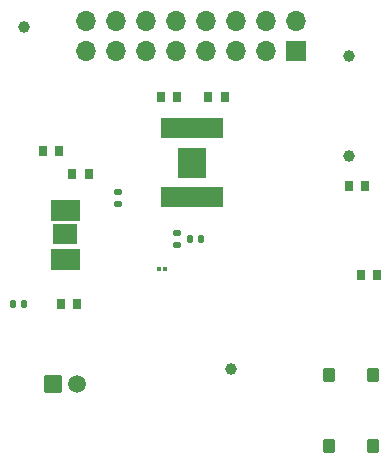
<source format=gbr>
%TF.GenerationSoftware,KiCad,Pcbnew,8.0.0*%
%TF.CreationDate,2024-03-24T23:23:48+02:00*%
%TF.ProjectId,Powersubsytem_GWNFRA001,506f7765-7273-4756-9273-7974656d5f47,rev?*%
%TF.SameCoordinates,Original*%
%TF.FileFunction,Soldermask,Top*%
%TF.FilePolarity,Negative*%
%FSLAX46Y46*%
G04 Gerber Fmt 4.6, Leading zero omitted, Abs format (unit mm)*
G04 Created by KiCad (PCBNEW 8.0.0) date 2024-03-24 23:23:48*
%MOMM*%
%LPD*%
G01*
G04 APERTURE LIST*
G04 Aperture macros list*
%AMRoundRect*
0 Rectangle with rounded corners*
0 $1 Rounding radius*
0 $2 $3 $4 $5 $6 $7 $8 $9 X,Y pos of 4 corners*
0 Add a 4 corners polygon primitive as box body*
4,1,4,$2,$3,$4,$5,$6,$7,$8,$9,$2,$3,0*
0 Add four circle primitives for the rounded corners*
1,1,$1+$1,$2,$3*
1,1,$1+$1,$4,$5*
1,1,$1+$1,$6,$7*
1,1,$1+$1,$8,$9*
0 Add four rect primitives between the rounded corners*
20,1,$1+$1,$2,$3,$4,$5,0*
20,1,$1+$1,$4,$5,$6,$7,0*
20,1,$1+$1,$6,$7,$8,$9,0*
20,1,$1+$1,$8,$9,$2,$3,0*%
G04 Aperture macros list end*
%ADD10C,0.010000*%
%ADD11C,1.000000*%
%ADD12R,0.711200X0.889000*%
%ADD13RoundRect,0.102000X-0.940000X0.785000X-0.940000X-0.785000X0.940000X-0.785000X0.940000X0.785000X0*%
%ADD14RoundRect,0.140000X0.140000X0.170000X-0.140000X0.170000X-0.140000X-0.170000X0.140000X-0.170000X0*%
%ADD15C,1.512000*%
%ADD16RoundRect,0.102000X-0.654000X-0.654000X0.654000X-0.654000X0.654000X0.654000X-0.654000X0.654000X0*%
%ADD17RoundRect,0.075000X-0.125000X-0.075000X0.125000X-0.075000X0.125000X0.075000X-0.125000X0.075000X0*%
%ADD18RoundRect,0.140000X0.170000X-0.140000X0.170000X0.140000X-0.170000X0.140000X-0.170000X-0.140000X0*%
%ADD19RoundRect,0.102000X-0.375000X0.500000X-0.375000X-0.500000X0.375000X-0.500000X0.375000X0.500000X0*%
%ADD20RoundRect,0.039240X-0.287760X0.812760X-0.287760X-0.812760X0.287760X-0.812760X0.287760X0.812760X0*%
%ADD21O,1.700000X1.700000*%
%ADD22R,1.700000X1.700000*%
G04 APERTURE END LIST*
D10*
%TO.C,U2*%
X132700000Y-47550000D02*
X132300000Y-47550000D01*
X132300000Y-45850000D01*
X132700000Y-45850000D01*
X132700000Y-47550000D01*
G36*
X132700000Y-47550000D02*
G01*
X132300000Y-47550000D01*
X132300000Y-45850000D01*
X132700000Y-45850000D01*
X132700000Y-47550000D01*
G37*
X132700000Y-43350000D02*
X132300000Y-43350000D01*
X132300000Y-41650000D01*
X132700000Y-41650000D01*
X132700000Y-43350000D01*
G36*
X132700000Y-43350000D02*
G01*
X132300000Y-43350000D01*
X132300000Y-41650000D01*
X132700000Y-41650000D01*
X132700000Y-43350000D01*
G37*
X132200000Y-47550000D02*
X131800000Y-47550000D01*
X131800000Y-45850000D01*
X132200000Y-45850000D01*
X132200000Y-47550000D01*
G36*
X132200000Y-47550000D02*
G01*
X131800000Y-47550000D01*
X131800000Y-45850000D01*
X132200000Y-45850000D01*
X132200000Y-47550000D01*
G37*
X132200000Y-43350000D02*
X131800000Y-43350000D01*
X131800000Y-41650000D01*
X132200000Y-41650000D01*
X132200000Y-43350000D01*
G36*
X132200000Y-43350000D02*
G01*
X131800000Y-43350000D01*
X131800000Y-41650000D01*
X132200000Y-41650000D01*
X132200000Y-43350000D01*
G37*
X131700000Y-47550000D02*
X131300000Y-47550000D01*
X131300000Y-45850000D01*
X131700000Y-45850000D01*
X131700000Y-47550000D01*
G36*
X131700000Y-47550000D02*
G01*
X131300000Y-47550000D01*
X131300000Y-45850000D01*
X131700000Y-45850000D01*
X131700000Y-47550000D01*
G37*
X131700000Y-43350000D02*
X131300000Y-43350000D01*
X131300000Y-41650000D01*
X131700000Y-41650000D01*
X131700000Y-43350000D01*
G36*
X131700000Y-43350000D02*
G01*
X131300000Y-43350000D01*
X131300000Y-41650000D01*
X131700000Y-41650000D01*
X131700000Y-43350000D01*
G37*
X131200000Y-47550000D02*
X130800000Y-47550000D01*
X130800000Y-45850000D01*
X131200000Y-45850000D01*
X131200000Y-47550000D01*
G36*
X131200000Y-47550000D02*
G01*
X130800000Y-47550000D01*
X130800000Y-45850000D01*
X131200000Y-45850000D01*
X131200000Y-47550000D01*
G37*
X131200000Y-43350000D02*
X130800000Y-43350000D01*
X130800000Y-41650000D01*
X131200000Y-41650000D01*
X131200000Y-43350000D01*
G36*
X131200000Y-43350000D02*
G01*
X130800000Y-43350000D01*
X130800000Y-41650000D01*
X131200000Y-41650000D01*
X131200000Y-43350000D01*
G37*
X130700000Y-47550000D02*
X130300000Y-47550000D01*
X130300000Y-45850000D01*
X130700000Y-45850000D01*
X130700000Y-47550000D01*
G36*
X130700000Y-47550000D02*
G01*
X130300000Y-47550000D01*
X130300000Y-45850000D01*
X130700000Y-45850000D01*
X130700000Y-47550000D01*
G37*
X130700000Y-43350000D02*
X130300000Y-43350000D01*
X130300000Y-41650000D01*
X130700000Y-41650000D01*
X130700000Y-43350000D01*
G36*
X130700000Y-43350000D02*
G01*
X130300000Y-43350000D01*
X130300000Y-41650000D01*
X130700000Y-41650000D01*
X130700000Y-43350000D01*
G37*
%TO.C,U3*%
X143355000Y-39730000D02*
X141045000Y-39730000D01*
X141045000Y-37270000D01*
X143355000Y-37270000D01*
X143355000Y-39730000D01*
G36*
X143355000Y-39730000D02*
G01*
X141045000Y-39730000D01*
X141045000Y-37270000D01*
X143355000Y-37270000D01*
X143355000Y-39730000D01*
G37*
%TD*%
D11*
%TO.C,TP4*%
X145500000Y-56000000D03*
%TD*%
%TO.C,TP3*%
X128000000Y-27000000D03*
%TD*%
%TO.C,TP2*%
X155500000Y-29500000D03*
%TD*%
%TO.C,TP1*%
X155500000Y-38000000D03*
%TD*%
D12*
%TO.C,R7*%
X139603000Y-33000000D03*
X141000000Y-33000000D03*
%TD*%
D13*
%TO.C,U2*%
X131500000Y-44600000D03*
%TD*%
D14*
%TO.C,C1*%
X142040000Y-45000000D03*
X143000000Y-45000000D03*
%TD*%
D15*
%TO.C,J2*%
X132500000Y-57287500D03*
D16*
X130500000Y-57287500D03*
%TD*%
D12*
%TO.C,R2*%
X145000000Y-33000000D03*
X143603000Y-33000000D03*
%TD*%
%TO.C,R1*%
X156500000Y-48000000D03*
X157897000Y-48000000D03*
%TD*%
%TO.C,R6*%
X132500000Y-50500000D03*
X131103000Y-50500000D03*
%TD*%
%TO.C,R5*%
X155500000Y-40500000D03*
X156897000Y-40500000D03*
%TD*%
%TO.C,R3*%
X131000000Y-37500000D03*
X129603000Y-37500000D03*
%TD*%
D17*
%TO.C,C4*%
X139975000Y-47500000D03*
X139475000Y-47500000D03*
%TD*%
D18*
%TO.C,C8*%
X141000000Y-44520000D03*
X141000000Y-45480000D03*
%TD*%
D19*
%TO.C,S1*%
X153787500Y-62500000D03*
X153787500Y-56500000D03*
X157537500Y-62500000D03*
X157537500Y-56500000D03*
%TD*%
D14*
%TO.C,C6*%
X127040000Y-50500000D03*
X128000000Y-50500000D03*
%TD*%
D20*
%TO.C,U3*%
X144475000Y-41400000D03*
X143825000Y-41400000D03*
X143175000Y-41400000D03*
X142525000Y-41400000D03*
X141875000Y-41400000D03*
X141225000Y-41400000D03*
X140575000Y-41400000D03*
X139925000Y-41400000D03*
X139925000Y-35600000D03*
X140575000Y-35600000D03*
X141225000Y-35600000D03*
X141875000Y-35600000D03*
X142525000Y-35600000D03*
X143175000Y-35600000D03*
X143825000Y-35600000D03*
X144475000Y-35600000D03*
%TD*%
D18*
%TO.C,C7*%
X136000000Y-41040000D03*
X136000000Y-42000000D03*
%TD*%
D12*
%TO.C,R4*%
X132103000Y-39500000D03*
X133500000Y-39500000D03*
%TD*%
D21*
%TO.C,J3*%
X133220000Y-26500000D03*
X133220000Y-29040000D03*
X135760000Y-26500000D03*
X135760000Y-29040000D03*
X138300000Y-26500000D03*
X138300000Y-29040000D03*
X140840000Y-26500000D03*
X140840000Y-29040000D03*
X143380000Y-26500000D03*
X143380000Y-29040000D03*
X145920000Y-26500000D03*
X145920000Y-29040000D03*
X148460000Y-26500000D03*
X148460000Y-29040000D03*
X151000000Y-26500000D03*
D22*
X151000000Y-29040000D03*
%TD*%
M02*

</source>
